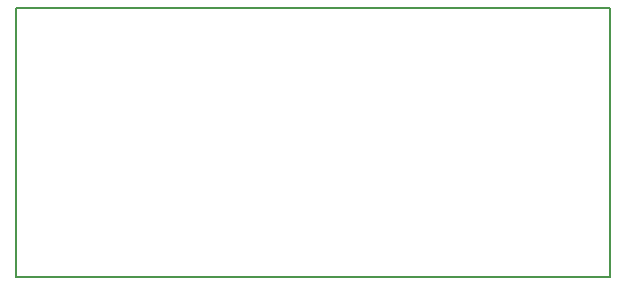
<source format=gm1>
G04 MADE WITH FRITZING*
G04 WWW.FRITZING.ORG*
G04 SINGLE SIDED*
G04 HOLES NOT PLATED*
G04 CONTOUR ON CENTER OF CONTOUR VECTOR*
%ASAXBY*%
%FSLAX23Y23*%
%MOIN*%
%OFA0B0*%
%SFA1.0B1.0*%
%ADD10R,1.988190X0.905512*%
%ADD11C,0.008000*%
%ADD10C,0.008*%
%LNCONTOUR*%
G90*
G70*
G54D10*
G54D11*
X4Y902D02*
X1984Y902D01*
X1984Y4D01*
X4Y4D01*
X4Y902D01*
D02*
G04 End of contour*
M02*
</source>
